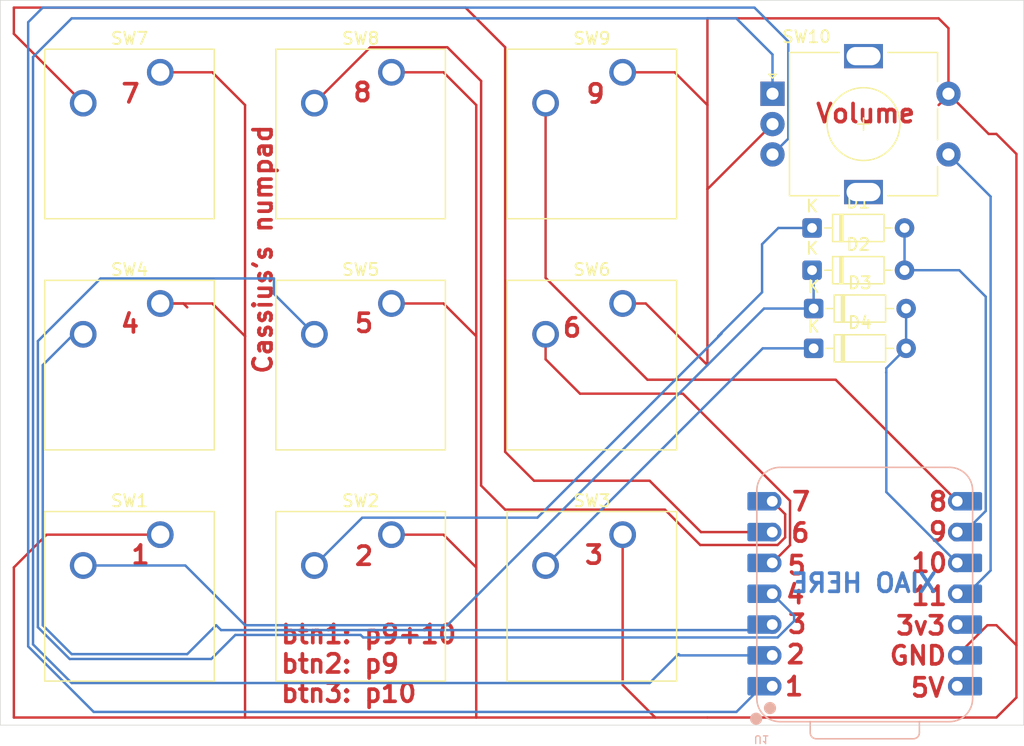
<source format=kicad_pcb>
(kicad_pcb (version 20241229) (generator "pcbnew") (generator_version "9.0")
  (layers (0 "F.Cu" signal) (2 "B.Cu" signal) (13 "F.Paste" user) (15 "B.Paste" user) (5 "F.SilkS" user "F.Silkscreen") (7 "B.SilkS" user "B.Silkscreen") (1 "F.Mask" user) (3 "B.Mask" user) (25 "Edge.Cuts" user))
  (net 0 "")
  (net 1 "Net-(D1-K)")
  (net 2 "Net-(D1-A)")
  (net 3 "Net-(D4-K)")
  (net 4 "GND")
  (net 5 "Net-(U1-GPIO28{slash}ADC2{slash}A2)")
  (net 6 "Net-(U1-GPIO29{slash}ADC3{slash}A3)")
  (net 7 "Net-(U1-GPIO6{slash}SDA)")
  (net 8 "Net-(U1-GPIO7{slash}SCL)")
  (net 9 "Net-(U1-GPIO0{slash}TX)")
  (net 10 "Net-(U1-GPIO1{slash}RX)")
  (net 11 "+5V")
  (net 12 "Net-(U1-GPIO27{slash}ADC1{slash}A1)")
  (net 13 "Net-(U1-GPIO3{slash}MOSI)")
  (net 15 "Net-(U1-GPIO26{slash}ADC0{slash}A0)")
  (net 16 "Net-(D2-K)")
  (net 17 "Net-(D3-A)")
  (footprint "Button_Switch_Keyboard:SW_Cherry_MX_1.00u_PCB" (layer "F.Cu") (at 64.4525 37.7825)
    (property "Reference" "SW6" (at -2.54 -2.794 0) (layer "F.SilkS"))
    (property "Value" "SW_Push")
    (fp_line (start -9.525 -1.905) (end 4.445 -1.905) (stroke (width 0.12)) (layer "F.SilkS"))
    (fp_line (start -9.525 12.065) (end -9.525 -1.905) (stroke (width 0.12)) (layer "F.SilkS"))
    (fp_line (start 4.445 -1.905) (end 4.445 12.065) (stroke (width 0.12)) (layer "F.SilkS"))
    (fp_line (start 4.445 12.065) (end -9.525 12.065) (stroke (width 0.12)) (layer "F.SilkS"))
    (pad "" np_thru_hole circle (at -7.62 5.08) (size 1.7 1.7) (drill 1.7) (layers "*.Cu" "*.Mask"))
    (pad "" np_thru_hole circle (at -2.54 5.08) (size 4 4) (drill 4) (layers "*.Cu" "*.Mask"))
    (pad "" np_thru_hole circle (at 2.54 5.08) (size 1.7 1.7) (drill 1.7) (layers "*.Cu" "*.Mask"))
    (pad "1" thru_hole circle (at 0 0) (size 2.2 2.2) (drill 1.5) (layers "*.Cu" "*.Mask") (net 4 "GND"))
    (pad "2" thru_hole circle (at -6.35 2.54) (size 2.2 2.2) (drill 1.5) (layers "*.Cu" "*.Mask") (net 7 "Net-(U1-GPIO6{slash}SDA)"))
  )
  (footprint "Diode_THT:D_DO-35_SOD27_P7.62mm_Horizontal" (layer "F.Cu") (at 80.06 31.56)
    (property "Reference" "D1" (at 3.81 -2.12 0) (layer "F.SilkS"))
    (property "Value" "1N4148")
    (fp_line (start 1.04 0) (end 1.69 0) (stroke (width 0.12)) (layer "F.SilkS"))
    (fp_line (start 2.29 -1.12) (end 2.29 1.12) (stroke (width 0.12)) (layer "F.SilkS"))
    (fp_line (start 2.41 -1.12) (end 2.41 1.12) (stroke (width 0.12)) (layer "F.SilkS"))
    (fp_line (start 2.53 -1.12) (end 2.53 1.12) (stroke (width 0.12)) (layer "F.SilkS"))
    (fp_line (start 6.58 0) (end 5.93 0) (stroke (width 0.12)) (layer "F.SilkS"))
    (fp_rect (start 1.69 -1.12) (end 5.93 1.12) (stroke (width 0.12)) (fill no) (layer "F.SilkS"))
    (fp_text user "K" (at 0 -1.8 0) (layer "F.SilkS"))
    (pad "1" thru_hole roundrect (at 0 0) (size 1.6 1.6) (drill 0.8) (layers "*.Cu" "*.Mask") (roundrect_rratio 0.15625) (net 1 "Net-(D1-K)"))
    (pad "2" thru_hole circle (at 7.62 0) (size 1.6 1.6) (drill 0.8) (layers "*.Cu" "*.Mask") (net 2 "Net-(D1-A)"))
  )
  (footprint "Diode_THT:D_DO-35_SOD27_P7.62mm_Horizontal" (layer "F.Cu") (at 80.06 35.04)
    (property "Reference" "D2" (at 3.81 -2.12 0) (layer "F.SilkS"))
    (property "Value" "1N4148")
    (fp_line (start 1.04 0) (end 1.69 0) (stroke (width 0.12)) (layer "F.SilkS"))
    (fp_line (start 2.29 -1.12) (end 2.29 1.12) (stroke (width 0.12)) (layer "F.SilkS"))
    (fp_line (start 2.41 -1.12) (end 2.41 1.12) (stroke (width 0.12)) (layer "F.SilkS"))
    (fp_line (start 2.53 -1.12) (end 2.53 1.12) (stroke (width 0.12)) (layer "F.SilkS"))
    (fp_line (start 6.58 0) (end 5.93 0) (stroke (width 0.12)) (layer "F.SilkS"))
    (fp_rect (start 1.69 -1.12) (end 5.93 1.12) (stroke (width 0.12)) (fill no) (layer "F.SilkS"))
    (fp_text user "K" (at 0 -1.8 0) (layer "F.SilkS"))
    (pad "1" thru_hole roundrect (at 0 0) (size 1.6 1.6) (drill 0.8) (layers "*.Cu" "*.Mask") (roundrect_rratio 0.15625) (net 16 "Net-(D2-K)"))
    (pad "2" thru_hole circle (at 7.62 0) (size 1.6 1.6) (drill 0.8) (layers "*.Cu" "*.Mask") (net 2 "Net-(D1-A)"))
  )
  (footprint "Button_Switch_Keyboard:SW_Cherry_MX_1.00u_PCB" (layer "F.Cu") (at 64.4525 18.7325)
    (property "Reference" "SW9" (at -2.54 -2.794 0) (layer "F.SilkS"))
    (property "Value" "SW_Push")
    (fp_line (start -9.525 -1.905) (end 4.445 -1.905) (stroke (width 0.12)) (layer "F.SilkS"))
    (fp_line (start -9.525 12.065) (end -9.525 -1.905) (stroke (width 0.12)) (layer "F.SilkS"))
    (fp_line (start 4.445 -1.905) (end 4.445 12.065) (stroke (width 0.12)) (layer "F.SilkS"))
    (fp_line (start 4.445 12.065) (end -9.525 12.065) (stroke (width 0.12)) (layer "F.SilkS"))
    (pad "" np_thru_hole circle (at -7.62 5.08) (size 1.7 1.7) (drill 1.7) (layers "*.Cu" "*.Mask"))
    (pad "" np_thru_hole circle (at -2.54 5.08) (size 4 4) (drill 4) (layers "*.Cu" "*.Mask"))
    (pad "" np_thru_hole circle (at 2.54 5.08) (size 1.7 1.7) (drill 1.7) (layers "*.Cu" "*.Mask"))
    (pad "1" thru_hole circle (at 0 0) (size 2.2 2.2) (drill 1.5) (layers "*.Cu" "*.Mask") (net 4 "GND"))
    (pad "2" thru_hole circle (at -6.35 2.54) (size 2.2 2.2) (drill 1.5) (layers "*.Cu" "*.Mask") (net 10 "Net-(U1-GPIO1{slash}RX)"))
  )
  (footprint "Button_Switch_Keyboard:SW_Cherry_MX_1.00u_PCB" (layer "F.Cu") (at 45.4025 18.7325)
    (property "Reference" "SW8" (at -2.54 -2.794 0) (layer "F.SilkS"))
    (property "Value" "SW_Push")
    (fp_line (start -9.525 -1.905) (end 4.445 -1.905) (stroke (width 0.12)) (layer "F.SilkS"))
    (fp_line (start -9.525 12.065) (end -9.525 -1.905) (stroke (width 0.12)) (layer "F.SilkS"))
    (fp_line (start 4.445 -1.905) (end 4.445 12.065) (stroke (width 0.12)) (layer "F.SilkS"))
    (fp_line (start 4.445 12.065) (end -9.525 12.065) (stroke (width 0.12)) (layer "F.SilkS"))
    (pad "" np_thru_hole circle (at -7.62 5.08) (size 1.7 1.7) (drill 1.7) (layers "*.Cu" "*.Mask"))
    (pad "" np_thru_hole circle (at -2.54 5.08) (size 4 4) (drill 4) (layers "*.Cu" "*.Mask"))
    (pad "" np_thru_hole circle (at 2.54 5.08) (size 1.7 1.7) (drill 1.7) (layers "*.Cu" "*.Mask"))
    (pad "1" thru_hole circle (at 0 0) (size 2.2 2.2) (drill 1.5) (layers "*.Cu" "*.Mask") (net 4 "GND"))
    (pad "2" thru_hole circle (at -6.35 2.54) (size 2.2 2.2) (drill 1.5) (layers "*.Cu" "*.Mask") (net 9 "Net-(U1-GPIO0{slash}TX)"))
  )
  (footprint "Button_Switch_Keyboard:SW_Cherry_MX_1.00u_PCB" (layer "F.Cu") (at 26.3525 18.7325)
    (property "Reference" "SW7" (at -2.54 -2.794 0) (layer "F.SilkS"))
    (property "Value" "SW_Push")
    (fp_line (start -9.525 -1.905) (end 4.445 -1.905) (stroke (width 0.12)) (layer "F.SilkS"))
    (fp_line (start -9.525 12.065) (end -9.525 -1.905) (stroke (width 0.12)) (layer "F.SilkS"))
    (fp_line (start 4.445 -1.905) (end 4.445 12.065) (stroke (width 0.12)) (layer "F.SilkS"))
    (fp_line (start 4.445 12.065) (end -9.525 12.065) (stroke (width 0.12)) (layer "F.SilkS"))
    (pad "" np_thru_hole circle (at -7.62 5.08) (size 1.7 1.7) (drill 1.7) (layers "*.Cu" "*.Mask"))
    (pad "" np_thru_hole circle (at -2.54 5.08) (size 4 4) (drill 4) (layers "*.Cu" "*.Mask"))
    (pad "" np_thru_hole circle (at 2.54 5.08) (size 1.7 1.7) (drill 1.7) (layers "*.Cu" "*.Mask"))
    (pad "1" thru_hole circle (at 0 0) (size 2.2 2.2) (drill 1.5) (layers "*.Cu" "*.Mask") (net 4 "GND"))
    (pad "2" thru_hole circle (at -6.35 2.54) (size 2.2 2.2) (drill 1.5) (layers "*.Cu" "*.Mask") (net 8 "Net-(U1-GPIO7{slash}SCL)"))
  )
  (footprint "Button_Switch_Keyboard:SW_Cherry_MX_1.00u_PCB" (layer "F.Cu") (at 45.4025 56.8325)
    (property "Reference" "SW2" (at -2.54 -2.794 0) (layer "F.SilkS"))
    (property "Value" "SW_Push")
    (fp_line (start -9.525 -1.905) (end 4.445 -1.905) (stroke (width 0.12)) (layer "F.SilkS"))
    (fp_line (start -9.525 12.065) (end -9.525 -1.905) (stroke (width 0.12)) (layer "F.SilkS"))
    (fp_line (start 4.445 -1.905) (end 4.445 12.065) (stroke (width 0.12)) (layer "F.SilkS"))
    (fp_line (start 4.445 12.065) (end -9.525 12.065) (stroke (width 0.12)) (layer "F.SilkS"))
    (pad "" np_thru_hole circle (at -7.62 5.08) (size 1.7 1.7) (drill 1.7) (layers "*.Cu" "*.Mask"))
    (pad "" np_thru_hole circle (at -2.54 5.08) (size 4 4) (drill 4) (layers "*.Cu" "*.Mask"))
    (pad "" np_thru_hole circle (at 2.54 5.08) (size 1.7 1.7) (drill 1.7) (layers "*.Cu" "*.Mask"))
    (pad "1" thru_hole circle (at 0 0) (size 2.2 2.2) (drill 1.5) (layers "*.Cu" "*.Mask") (net 4 "GND"))
    (pad "2" thru_hole circle (at -6.35 2.54) (size 2.2 2.2) (drill 1.5) (layers "*.Cu" "*.Mask") (net 1 "Net-(D1-K)"))
  )
  (footprint "Button_Switch_Keyboard:SW_Cherry_MX_1.00u_PCB" (layer "F.Cu") (at 45.4025 37.7825)
    (property "Reference" "SW5" (at -2.54 -2.794 0) (layer "F.SilkS"))
    (property "Value" "SW_Push")
    (fp_line (start -9.525 -1.905) (end 4.445 -1.905) (stroke (width 0.12)) (layer "F.SilkS"))
    (fp_line (start -9.525 12.065) (end -9.525 -1.905) (stroke (width 0.12)) (layer "F.SilkS"))
    (fp_line (start 4.445 -1.905) (end 4.445 12.065) (stroke (width 0.12)) (layer "F.SilkS"))
    (fp_line (start 4.445 12.065) (end -9.525 12.065) (stroke (width 0.12)) (layer "F.SilkS"))
    (pad "" np_thru_hole circle (at -7.62 5.08) (size 1.7 1.7) (drill 1.7) (layers "*.Cu" "*.Mask"))
    (pad "" np_thru_hole circle (at -2.54 5.08) (size 4 4) (drill 4) (layers "*.Cu" "*.Mask"))
    (pad "" np_thru_hole circle (at 2.54 5.08) (size 1.7 1.7) (drill 1.7) (layers "*.Cu" "*.Mask"))
    (pad "1" thru_hole circle (at 0 0) (size 2.2 2.2) (drill 1.5) (layers "*.Cu" "*.Mask") (net 4 "GND"))
    (pad "2" thru_hole circle (at -6.35 2.54) (size 2.2 2.2) (drill 1.5) (layers "*.Cu" "*.Mask") (net 6 "Net-(U1-GPIO29{slash}ADC3{slash}A3)"))
  )
  (footprint "Diode_THT:D_DO-35_SOD27_P7.62mm_Horizontal" (layer "F.Cu") (at 80.19 38.2)
    (property "Reference" "D3" (at 3.81 -2.12 0) (layer "F.SilkS"))
    (property "Value" "1N4148")
    (fp_line (start 1.04 0) (end 1.69 0) (stroke (width 0.12)) (layer "F.SilkS"))
    (fp_line (start 2.29 -1.12) (end 2.29 1.12) (stroke (width 0.12)) (layer "F.SilkS"))
    (fp_line (start 2.41 -1.12) (end 2.41 1.12) (stroke (width 0.12)) (layer "F.SilkS"))
    (fp_line (start 2.53 -1.12) (end 2.53 1.12) (stroke (width 0.12)) (layer "F.SilkS"))
    (fp_line (start 6.58 0) (end 5.93 0) (stroke (width 0.12)) (layer "F.SilkS"))
    (fp_rect (start 1.69 -1.12) (end 5.93 1.12) (stroke (width 0.12)) (fill no) (layer "F.SilkS"))
    (fp_text user "K" (at 0 -1.8 0) (layer "F.SilkS"))
    (pad "1" thru_hole roundrect (at 0 0) (size 1.6 1.6) (drill 0.8) (layers "*.Cu" "*.Mask") (roundrect_rratio 0.15625) (net 16 "Net-(D2-K)"))
    (pad "2" thru_hole circle (at 7.62 0) (size 1.6 1.6) (drill 0.8) (layers "*.Cu" "*.Mask") (net 17 "Net-(D3-A)"))
  )
  (footprint "Diode_THT:D_DO-35_SOD27_P7.62mm_Horizontal" (layer "F.Cu") (at 80.19 41.48)
    (property "Reference" "D4" (at 3.81 -2.12 0) (layer "F.SilkS"))
    (property "Value" "1N4148")
    (fp_line (start 1.04 0) (end 1.69 0) (stroke (width 0.12)) (layer "F.SilkS"))
    (fp_line (start 2.29 -1.12) (end 2.29 1.12) (stroke (width 0.12)) (layer "F.SilkS"))
    (fp_line (start 2.41 -1.12) (end 2.41 1.12) (stroke (width 0.12)) (layer "F.SilkS"))
    (fp_line (start 2.53 -1.12) (end 2.53 1.12) (stroke (width 0.12)) (layer "F.SilkS"))
    (fp_line (start 6.58 0) (end 5.93 0) (stroke (width 0.12)) (layer "F.SilkS"))
    (fp_rect (start 1.69 -1.12) (end 5.93 1.12) (stroke (width 0.12)) (fill no) (layer "F.SilkS"))
    (fp_text user "K" (at 0 -1.8 0) (layer "F.SilkS"))
    (pad "1" thru_hole roundrect (at 0 0) (size 1.6 1.6) (drill 0.8) (layers "*.Cu" "*.Mask") (roundrect_rratio 0.15625) (net 3 "Net-(D4-K)"))
    (pad "2" thru_hole circle (at 7.62 0) (size 1.6 1.6) (drill 0.8) (layers "*.Cu" "*.Mask") (net 17 "Net-(D3-A)"))
  )
  (footprint "Button_Switch_Keyboard:SW_Cherry_MX_1.00u_PCB" (layer "F.Cu") (at 26.3525 56.8325)
    (property "Reference" "SW1" (at -2.54 -2.794 0) (layer "F.SilkS"))
    (property "Value" "SW_Push")
    (fp_line (start -9.525 -1.905) (end 4.445 -1.905) (stroke (width 0.12)) (layer "F.SilkS"))
    (fp_line (start -9.525 12.065) (end -9.525 -1.905) (stroke (width 0.12)) (layer "F.SilkS"))
    (fp_line (start 4.445 -1.905) (end 4.445 12.065) (stroke (width 0.12)) (layer "F.SilkS"))
    (fp_line (start 4.445 12.065) (end -9.525 12.065) (stroke (width 0.12)) (layer "F.SilkS"))
    (pad "" np_thru_hole circle (at -7.62 5.08) (size 1.7 1.7) (drill 1.7) (layers "*.Cu" "*.Mask"))
    (pad "" np_thru_hole circle (at -2.54 5.08) (size 4 4) (drill 4) (layers "*.Cu" "*.Mask"))
    (pad "" np_thru_hole circle (at 2.54 5.08) (size 1.7 1.7) (drill 1.7) (layers "*.Cu" "*.Mask"))
    (pad "1" thru_hole circle (at 0 0) (size 2.2 2.2) (drill 1.5) (layers "*.Cu" "*.Mask") (net 4 "GND"))
    (pad "2" thru_hole circle (at -6.35 2.54) (size 2.2 2.2) (drill 1.5) (layers "*.Cu" "*.Mask") (net 16 "Net-(D2-K)"))
  )
  (footprint "Button_Switch_Keyboard:SW_Cherry_MX_1.00u_PCB" (layer "F.Cu") (at 64.4525 56.8325)
    (property "Reference" "SW3" (at -2.54 -2.794 0) (layer "F.SilkS"))
    (property "Value" "SW_Push")
    (fp_line (start -9.525 -1.905) (end 4.445 -1.905) (stroke (width 0.12)) (layer "F.SilkS"))
    (fp_line (start -9.525 12.065) (end -9.525 -1.905) (stroke (width 0.12)) (layer "F.SilkS"))
    (fp_line (start 4.445 -1.905) (end 4.445 12.065) (stroke (width 0.12)) (layer "F.SilkS"))
    (fp_line (start 4.445 12.065) (end -9.525 12.065) (stroke (width 0.12)) (layer "F.SilkS"))
    (pad "" np_thru_hole circle (at -7.62 5.08) (size 1.7 1.7) (drill 1.7) (layers "*.Cu" "*.Mask"))
    (pad "" np_thru_hole circle (at -2.54 5.08) (size 4 4) (drill 4) (layers "*.Cu" "*.Mask"))
    (pad "" np_thru_hole circle (at 2.54 5.08) (size 1.7 1.7) (drill 1.7) (layers "*.Cu" "*.Mask"))
    (pad "1" thru_hole circle (at 0 0) (size 2.2 2.2) (drill 1.5) (layers "*.Cu" "*.Mask") (net 4 "GND"))
    (pad "2" thru_hole circle (at -6.35 2.54) (size 2.2 2.2) (drill 1.5) (layers "*.Cu" "*.Mask") (net 3 "Net-(D4-K)"))
  )
  (footprint "Rotary_Encoder:RotaryEncoder_Alps_EC11E-Switch_Vertical_H20mm" (layer "F.Cu") (at 76.8 20.5)
    (property "Reference" "SW10" (at 2.8 -4.7 0) (layer "F.SilkS"))
    (property "Value" "RotaryEncoder_Switch")
    (fp_line (start -0.3 -1.6) (end 0.3 -1.6) (stroke (width 0.12)) (layer "F.SilkS"))
    (fp_line (start 0 -1.3) (end -0.3 -1.6) (stroke (width 0.12)) (layer "F.SilkS"))
    (fp_line (start 0.3 -1.6) (end 0 -1.3) (stroke (width 0.12)) (layer "F.SilkS"))
    (fp_line (start 1.4 -3.4) (end 1.4 8.4) (stroke (width 0.12)) (layer "F.SilkS"))
    (fp_line (start 5.5 -3.4) (end 1.4 -3.4) (stroke (width 0.12)) (layer "F.SilkS"))
    (fp_line (start 5.5 8.4) (end 1.4 8.4) (stroke (width 0.12)) (layer "F.SilkS"))
    (fp_line (start 7 2.5) (end 8 2.5) (stroke (width 0.12)) (layer "F.SilkS"))
    (fp_line (start 7.5 2) (end 7.5 3) (stroke (width 0.12)) (layer "F.SilkS"))
    (fp_line (start 9.5 -3.4) (end 13.6 -3.4) (stroke (width 0.12)) (layer "F.SilkS"))
    (fp_line (start 13.6 -3.4) (end 13.6 -1) (stroke (width 0.12)) (layer "F.SilkS"))
    (fp_line (start 13.6 1.2) (end 13.6 3.8) (stroke (width 0.12)) (layer "F.SilkS"))
    (fp_line (start 13.6 6) (end 13.6 8.4) (stroke (width 0.12)) (layer "F.SilkS"))
    (fp_line (start 13.6 8.4) (end 9.5 8.4) (stroke (width 0.12)) (layer "F.SilkS"))
    (fp_circle (center 7.5 2.5) (end 10.5 2.5) (stroke (width 0.12)) (fill no) (layer "F.SilkS"))
    (pad "A" thru_hole rect (at 0 0) (size 2 2) (drill 1) (layers "*.Cu" "*.Mask") (net 12 "Net-(U1-GPIO27{slash}ADC1{slash}A1)"))
    (pad "B" thru_hole circle (at 0 5) (size 2 2) (drill 1) (layers "*.Cu" "*.Mask") (net 15 "Net-(U1-GPIO26{slash}ADC0{slash}A0)"))
    (pad "C" thru_hole circle (at 0 2.5) (size 2 2) (drill 1) (layers "*.Cu" "*.Mask") (net 4 "GND"))
    (pad "MP" thru_hole rect (at 7.5 -3.1) (size 3.2 2) (drill oval 2.8 1.5) (layers "*.Cu" "*.Mask"))
    (pad "MP" thru_hole rect (at 7.5 8.1) (size 3.2 2) (drill oval 2.8 1.5) (layers "*.Cu" "*.Mask"))
    (pad "S1" thru_hole circle (at 14.5 5) (size 2 2) (drill 1) (layers "*.Cu" "*.Mask") (net 13 "Net-(U1-GPIO3{slash}MOSI)"))
    (pad "S2" thru_hole circle (at 14.5 0) (size 2 2) (drill 1) (layers "*.Cu" "*.Mask") (net 4 "GND"))
  )
  (footprint "Button_Switch_Keyboard:SW_Cherry_MX_1.00u_PCB" (layer "F.Cu") (at 26.3525 37.7825)
    (property "Reference" "SW4" (at -2.54 -2.794 0) (layer "F.SilkS"))
    (property "Value" "SW_Push")
    (fp_line (start -9.525 -1.905) (end 4.445 -1.905) (stroke (width 0.12)) (layer "F.SilkS"))
    (fp_line (start -9.525 12.065) (end -9.525 -1.905) (stroke (width 0.12)) (layer "F.SilkS"))
    (fp_line (start 4.445 -1.905) (end 4.445 12.065) (stroke (width 0.12)) (layer "F.SilkS"))
    (fp_line (start 4.445 12.065) (end -9.525 12.065) (stroke (width 0.12)) (layer "F.SilkS"))
    (pad "" np_thru_hole circle (at -7.62 5.08) (size 1.7 1.7) (drill 1.7) (layers "*.Cu" "*.Mask"))
    (pad "" np_thru_hole circle (at -2.54 5.08) (size 4 4) (drill 4) (layers "*.Cu" "*.Mask"))
    (pad "" np_thru_hole circle (at 2.54 5.08) (size 1.7 1.7) (drill 1.7) (layers "*.Cu" "*.Mask"))
    (pad "1" thru_hole circle (at 0 0) (size 2.2 2.2) (drill 1.5) (layers "*.Cu" "*.Mask") (net 4 "GND"))
    (pad "2" thru_hole circle (at -6.35 2.54) (size 2.2 2.2) (drill 1.5) (layers "*.Cu" "*.Mask") (net 5 "Net-(U1-GPIO28{slash}ADC2{slash}A2)"))
  )
  (footprint "XIAO_rp2040:XIAO-RP2040-DIP" (layer "B.Cu") (at 84.4 61.7)
    (property "Reference" "U1" (at -8.5 12 180) (layer "B.SilkS") (effects (font (size 0.635 0.635) (thickness 0.1016)) (justify mirror)))
    (property "Value" "XIAO-RP2040-DIP")
    (fp_line (start -8.89 -8.509) (end -8.89 8.636) (stroke (width 0.127)) (layer "B.SilkS"))
    (fp_line (start -6.985 -10.414) (end 6.985 -10.414) (stroke (width 0.127)) (layer "B.SilkS"))
    (fp_line (start -4.495 10.541) (end -4.491272 11.451272) (stroke (width 0.127)) (layer "B.SilkS"))
    (fp_line (start -3.991272 11.951) (end 4.004 11.951) (stroke (width 0.127)) (layer "B.SilkS"))
    (fp_line (start 4.504 11.451) (end 4.504 10.541) (stroke (width 0.127)) (layer "B.SilkS"))
    (fp_line (start 6.985 10.541) (end -6.985 10.541) (stroke (width 0.1)) (layer "B.SilkS"))
    (fp_line (start 6.985 10.541) (end -6.985 10.541) (stroke (width 0.127)) (layer "B.SilkS"))
    (fp_line (start 8.89 -8.509) (end 8.89 8.636) (stroke (width 0.127)) (layer "B.SilkS"))
    (fp_arc (start -8.89 -8.509) (mid -8.332038 -9.856038) (end -6.985 -10.414) (stroke (width 0.127)) (layer "B.SilkS"))
    (fp_arc (start -6.985 10.541) (mid -8.332038 9.983038) (end -8.89 8.636) (stroke (width 0.127)) (layer "B.SilkS"))
    (fp_arc (start -3.991272 11.951) (mid -4.344724 11.804644) (end -4.491272 11.451272) (stroke (width 0.127)) (layer "B.SilkS"))
    (fp_arc (start 4.504 11.451) (mid 4.357553 11.804553) (end 4.004 11.951) (stroke (width 0.127)) (layer "B.SilkS"))
    (fp_arc (start 6.985 -10.414) (mid 8.332038 -9.856038) (end 8.89 -8.509) (stroke (width 0.127)) (layer "B.SilkS"))
    (fp_arc (start 8.89 8.636) (mid 8.332038 9.983038) (end 6.985 10.541) (stroke (width 0.127)) (layer "B.SilkS"))
    (fp_circle (center -8.95 10.3) (end -8.95 10.554) (stroke (width 0.5)) (fill yes) (layer "B.SilkS"))
    (fp_circle (center -7.807 9.42) (end -7.807 9.674) (stroke (width 0.5)) (fill yes) (layer "B.SilkS"))
    (pad "1" smd roundrect (at -8.455 7.62 180) (size 2.432 1.524) (layers "B.Cu" "B.Mask") (roundrect_rratio 0.1) (net 15 "Net-(U1-GPIO26{slash}ADC0{slash}A0)"))
    (pad "1" thru_hole circle (at -7.62 7.62 180) (size 1.524 1.524) (drill 0.889) (layers "*.Cu" "*.Mask") (net 15 "Net-(U1-GPIO26{slash}ADC0{slash}A0)"))
    (pad "2" smd roundrect (at -8.455 5.08 180) (size 2.432 1.524) (layers "B.Cu" "B.Mask") (roundrect_rratio 0.1) (net 12 "Net-(U1-GPIO27{slash}ADC1{slash}A1)"))
    (pad "2" thru_hole circle (at -7.62 5.08 180) (size 1.524 1.524) (drill 0.889) (layers "*.Cu" "*.Mask") (net 12 "Net-(U1-GPIO27{slash}ADC1{slash}A1)"))
    (pad "3" smd roundrect (at -8.455 2.54 180) (size 2.432 1.524) (layers "B.Cu" "B.Mask") (roundrect_rratio 0.1) (net 5 "Net-(U1-GPIO28{slash}ADC2{slash}A2)"))
    (pad "3" thru_hole circle (at -7.62 2.54 180) (size 1.524 1.524) (drill 0.889) (layers "*.Cu" "*.Mask") (net 5 "Net-(U1-GPIO28{slash}ADC2{slash}A2)"))
    (pad "4" smd roundrect (at -8.455 0 180) (size 2.432 1.524) (layers "B.Cu" "B.Mask") (roundrect_rratio 0.1) (net 6 "Net-(U1-GPIO29{slash}ADC3{slash}A3)"))
    (pad "4" thru_hole circle (at -7.62 0 180) (size 1.524 1.524) (drill 0.889) (layers "*.Cu" "*.Mask") (net 6 "Net-(U1-GPIO29{slash}ADC3{slash}A3)"))
    (pad "5" smd roundrect (at -8.455 -2.54 180) (size 2.432 1.524) (layers "B.Cu" "B.Mask") (roundrect_rratio 0.1) (net 7 "Net-(U1-GPIO6{slash}SDA)"))
    (pad "5" thru_hole circle (at -7.62 -2.54 180) (size 1.524 1.524) (drill 0.889) (layers "*.Cu" "*.Mask") (net 7 "Net-(U1-GPIO6{slash}SDA)"))
    (pad "6" smd roundrect (at -8.455 -5.08 180) (size 2.432 1.524) (layers "B.Cu" "B.Mask") (roundrect_rratio 0.1) (net 8 "Net-(U1-GPIO7{slash}SCL)"))
    (pad "6" thru_hole circle (at -7.62 -5.08 180) (size 1.524 1.524) (drill 0.889) (layers "*.Cu" "*.Mask") (net 8 "Net-(U1-GPIO7{slash}SCL)"))
    (pad "7" smd roundrect (at -8.455 -7.62 180) (size 2.432 1.524) (layers "B.Cu" "B.Mask") (roundrect_rratio 0.1) (net 9 "Net-(U1-GPIO0{slash}TX)"))
    (pad "7" thru_hole circle (at -7.62 -7.62 180) (size 1.524 1.524) (drill 0.889) (layers "*.Cu" "*.Mask") (net 9 "Net-(U1-GPIO0{slash}TX)"))
    (pad "8" thru_hole circle (at 7.62 -7.62) (size 1.524 1.524) (drill 0.889) (layers "*.Cu" "*.Mask") (net 10 "Net-(U1-GPIO1{slash}RX)"))
    (pad "8" smd roundrect (at 8.455 -7.62) (size 2.432 1.524) (layers "B.Cu" "B.Mask") (roundrect_rratio 0.1) (net 10 "Net-(U1-GPIO1{slash}RX)"))
    (pad "9" thru_hole circle (at 7.62 -5.08) (size 1.524 1.524) (drill 0.889) (layers "*.Cu" "*.Mask") (net 2 "Net-(D1-A)"))
    (pad "9" smd roundrect (at 8.455 -5.08) (size 2.432 1.524) (layers "B.Cu" "B.Mask") (roundrect_rratio 0.1) (net 2 "Net-(D1-A)"))
    (pad "10" thru_hole circle (at 7.62 -2.54) (size 1.524 1.524) (drill 0.889) (layers "*.Cu" "*.Mask") (net 17 "Net-(D3-A)"))
    (pad "10" smd roundrect (at 8.455 -2.54) (size 2.432 1.524) (layers "B.Cu" "B.Mask") (roundrect_rratio 0.1) (net 17 "Net-(D3-A)"))
    (pad "11" thru_hole circle (at 7.62 0) (size 1.524 1.524) (drill 0.889) (layers "*.Cu" "*.Mask") (net 13 "Net-(U1-GPIO3{slash}MOSI)"))
    (pad "11" smd roundrect (at 8.455 0) (size 2.432 1.524) (layers "B.Cu" "B.Mask") (roundrect_rratio 0.1) (net 13 "Net-(U1-GPIO3{slash}MOSI)"))
    (pad "12" thru_hole circle (at 7.62 2.54) (size 1.524 1.524) (drill 0.889) (layers "*.Cu" "*.Mask"))
    (pad "12" smd roundrect (at 8.455 2.54) (size 2.432 1.524) (layers "B.Cu" "B.Mask") (roundrect_rratio 0.1))
    (pad "13" thru_hole circle (at 7.62 5.08) (size 1.524 1.524) (drill 0.889) (layers "*.Cu" "*.Mask") (net 4 "GND"))
    (pad "13" smd roundrect (at 8.455 5.08) (size 2.432 1.524) (layers "B.Cu" "B.Mask") (roundrect_rratio 0.1) (net 4 "GND"))
    (pad "14" thru_hole circle (at 7.62 7.62) (size 1.524 1.524) (drill 0.889) (layers "*.Cu" "*.Mask") (net 11 "+5V"))
    (pad "14" smd roundrect (at 8.455 7.62) (size 2.432 1.524) (layers "B.Cu" "B.Mask") (roundrect_rratio 0.1) (net 11 "+5V"))
  )
  (gr_rect (start 13.17 12.8) (end 97.5 72.53) (stroke (width 0.05)) (fill no) (layer "Edge.Cuts"))
  (gr_text "btn1: p9+10\nbtn2: p9\nbtn3: p10" (at 36.15 70.76 0) (layer "F.Cu") (effects (font (size 1.5 1.5) (thickness 0.3) (bold yes)) (justify left bottom)))
  (gr_text "2" (at 77.8 67.58 0) (layer "F.Cu") (effects (font (size 1.5 1.5) (thickness 0.3) (bold yes)) (justify left bottom)))
  (gr_text "7" (at 22.99 21.37 0) (layer "F.Cu") (effects (font (size 1.5 1.5) (thickness 0.3) (bold yes)) (justify left bottom)))
  (gr_text "5" (at 42.23 40.28 0) (layer "F.Cu") (effects (font (size 1.5 1.5) (thickness 0.3) (bold yes)) (justify left bottom)))
  (gr_text "Cassius's numpad" (at 35.68 43.73 90) (layer "F.Cu") (effects (font (size 1.5 1.5) (thickness 0.3) (bold yes)) (justify left bottom)))
  (gr_text "6" (at 78.18 57.56 0) (layer "F.Cu") (effects (font (size 1.5 1.5) (thickness 0.3) (bold yes)) (justify left bottom)))
  (gr_text "8" (at 89.53 54.99 0) (layer "F.Cu") (effects (font (size 1.5 1.5) (thickness 0.3) (bold yes)) (justify left bottom)))
  (gr_text "6" (at 59.37 40.66 0) (layer "F.Cu") (effects (font (size 1.5 1.5) (thickness 0.3) (bold yes)) (justify left bottom)))
  (gr_text "10" (at 88.1 60.05 0) (layer "F.Cu") (effects (font (size 1.5 1.5) (thickness 0.3) (bold yes)) (justify left bottom)))
  (gr_text "4" (at 22.94 40.33 0) (layer "F.Cu") (effects (font (size 1.5 1.5) (thickness 0.3) (bold yes)) (justify left bottom)))
  (gr_text "7" (at 78.24 54.99 0) (layer "F.Cu") (effects (font (size 1.5 1.5) (thickness 0.3) (bold yes)) (justify left bottom)))
  (gr_text "9" (at 89.52 57.48 0) (layer "F.Cu") (effects (font (size 1.5 1.5) (thickness 0.3) (bold yes)) (justify left bottom)))
  (gr_text "1" (at 23.8125 59.38 0) (layer "F.Cu") (effects (font (size 1.5 1.5) (thickness 0.3) (bold yes)) (justify left bottom)))
  (gr_text "3\n" (at 61.18 59.38 0) (layer "F.Cu") (effects (font (size 1.5 1.5) (thickness 0.3) (bold yes)) (justify left bottom)))
  (gr_text "8" (at 42.1 21.26 0) (layer "F.Cu") (effects (font (size 1.5 1.5) (thickness 0.3) (bold yes)) (justify left bottom)))
  (gr_text "11" (at 88.09 62.77 0) (layer "F.Cu") (effects (font (size 1.5 1.5) (thickness 0.3) (bold yes)) (justify left bottom)))
  (gr_text "3v3" (at 86.82 65.21 0) (layer "F.Cu") (effects (font (size 1.5 1.5) (thickness 0.3) (bold yes)) (justify left bottom)))
  (gr_text "1" (at 77.67 70.22 0) (layer "F.Cu") (effects (font (size 1.5 1.5) (thickness 0.3) (bold yes)) (justify left bottom)))
  (gr_text "4" (at 77.76 62.64 0) (layer "F.Cu") (effects (font (size 1.5 1.5) (thickness 0.3) (bold yes)) (justify left bottom)))
  (gr_text "5" (at 77.89 60.25 0) (layer "F.Cu") (effects (font (size 1.5 1.5) (thickness 0.3) (bold yes)) (justify left bottom)))
  (gr_text "9" (at 61.31 21.38 0) (layer "F.Cu") (effects (font (size 1.5 1.5) (thickness 0.3) (bold yes)) (justify left bottom)))
  (gr_text "2" (at 42.23 59.47 0) (layer "F.Cu") (effects (font (size 1.5 1.5) (thickness 0.3) (bold yes)) (justify left bottom)))
  (gr_text "Volume" (at 80.24 23 -0) (layer "F.Cu") (effects (font (size 1.5 1.5) (thickness 0.3) (bold yes)) (justify left bottom)))
  (gr_text "GND" (at 86.3 67.68 0) (layer "F.Cu") (effects (font (size 1.5 1.5) (thickness 0.3) (bold yes)) (justify left bottom)))
  (gr_text "3" (at 77.92 65.08 0) (layer "F.Cu") (effects (font (size 1.5 1.5) (thickness 0.3) (bold yes)) (justify left bottom)))
  (gr_text "5V" (at 88.04 70.32 0) (layer "F.Cu") (effects (font (size 1.5 1.5) (thickness 0.3) (bold yes)) (justify left bottom)))
  (gr_text "XIAO HERE" (at 90.4875 61.7 0) (layer "B.Cu") (effects (font (size 1.5 1.5) (thickness 0.3) (bold yes)) (justify left bottom mirror)))
  (segment (start 42.9935 55.4315) (end 57.4285 55.4315) (width 0.2) (layer "B.Cu") (net 1))
  (segment (start 72.595 40.265) (end 72.595 40.205) (width 0.2) (layer "B.Cu") (net 1))
  (segment (start 75.94 36.86) (end 75.94 32.9) (width 0.2) (layer "B.Cu") (net 1))
  (segment (start 77.28 31.56) (end 80.06 31.56) (width 0.2) (layer "B.Cu") (net 1))
  (segment (start 57.4285 55.4315) (end 72.595 40.265) (width 0.2) (layer "B.Cu") (net 1))
  (segment (start 75.94 32.9) (end 77.28 31.56) (width 0.2) (layer "B.Cu") (net 1))
  (segment (start 39.0525 59.3725) (end 42.9935 55.4315) (width 0.2) (layer "B.Cu") (net 1))
  (segment (start 72.595 40.205) (end 75.94 36.86) (width 0.2) (layer "B.Cu") (net 1))
  (segment (start 72.31875 40.48125) (end 72.595 40.205) (width 0.2) (layer "B.Cu") (net 1))
  (segment (start 94.372 37.222) (end 94.372 54.881626) (width 0.2) (layer "B.Cu") (net 2))
  (segment (start 92.633626 56.62) (end 92.02 56.62) (width 0.2) (layer "B.Cu") (net 2))
  (segment (start 94.372 54.881626) (end 92.633626 56.62) (width 0.2) (layer "B.Cu") (net 2))
  (segment (start 87.68 31.56) (end 87.68 35.04) (width 0.2) (layer "B.Cu") (net 2))
  (segment (start 92.19 35.04) (end 94.372 37.222) (width 0.2) (layer "B.Cu") (net 2))
  (segment (start 87.68 35.04) (end 92.19 35.04) (width 0.2) (layer "B.Cu") (net 2))
  (segment (start 58.1025 59.3725) (end 75.995 41.48) (width 0.2) (layer "B.Cu") (net 3))
  (segment (start 75.995 41.48) (end 80.19 41.48) (width 0.2) (layer "B.Cu") (net 3))
  (segment (start 33.3375 40.48125) (end 33.3375 71.899) (width 0.2) (layer "F.Cu") (net 4))
  (segment (start 64.4525 56.8325) (end 64.4525 69.215) (width 0.2) (layer "F.Cu") (net 4))
  (segment (start 33.3375 71.899) (end 14.2875 71.899) (width 0.2) (layer "F.Cu") (net 4))
  (segment (start 95.25 71.899) (end 96.899 70.25) (width 0.2) (layer "F.Cu") (net 4))
  (segment (start 64.4525 69.215) (end 67.1365 71.899) (width 0.2) (layer "F.Cu") (net 4))
  (segment (start 67.1365 71.899) (end 71.4375 71.899) (width 0.2) (layer "F.Cu") (net 4))
  (segment (start 33.3375 21.43125) (end 33.3375 40.48125) (width 0.2) (layer "F.Cu") (net 4))
  (segment (start 90.4875 14.2875) (end 71.4375 14.2875) (width 0.2) (layer "F.Cu") (net 4))
  (segment (start 95.25 23.8125) (end 96.899 25.4615) (width 0.2) (layer "F.Cu") (net 4))
  (segment (start 45.4025 37.7825) (end 49.68875 37.7825) (width 0.2) (layer "F.Cu") (net 4))
  (segment (start 14.2875 71.899) (end 14.2875 59.53125) (width 0.2) (layer "F.Cu") (net 4))
  (segment (start 94.50625 64.29375) (end 92.02 66.78) (width 0.2) (layer "F.Cu") (net 4))
  (segment (start 91.3 20.61875) (end 90.4875 21.43125) (width 0.2) (layer "F.Cu") (net 4))
  (segment (start 91.3 20.5) (end 94.6125 23.8125) (width 0.2) (layer "F.Cu") (net 4))
  (segment (start 16.98625 56.8325) (end 26.3525 56.8325) (width 0.2) (layer "F.Cu") (net 4))
  (segment (start 28.575 38.1) (end 28.2575 37.7825) (width 0.2) (layer "F.Cu") (net 4))
  (segment (start 26.3525 37.7825) (end 28.2575 37.7825) (width 0.2) (layer "F.Cu") (net 4))
  (segment (start 45.4025 56.8325) (end 49.68875 56.8325) (width 0.2) (layer "F.Cu") (net 4))
  (segment (start 76.8 23) (end 71.4375 28.3625) (width 0.2) (layer "F.Cu") (net 4))
  (segment (start 91.3 20.5) (end 91.3 15.1) (width 0.2) (layer "F.Cu") (net 4))
  (segment (start 30.63875 37.7825) (end 33.3375 40.48125) (width 0.2) (layer "F.Cu") (net 4))
  (segment (start 71.4375 21.43125) (end 71.4375 28.3625) (width 0.2) (layer "F.Cu") (net 4))
  (segment (start 45.4025 18.7325) (end 49.68875 18.7325) (width 0.2) (layer "F.Cu") (net 4))
  (segment (start 96.899 65.94275) (end 95.25 64.29375) (width 0.2) (layer "F.Cu") (net 4))
  (segment (start 64.4525 37.7825) (end 66.3575 37.7825) (width 0.2) (layer "F.Cu") (net 4))
  (segment (start 26.3525 18.7325) (end 30.63875 18.7325) (width 0.2) (layer "F.Cu") (net 4))
  (segment (start 49.68875 56.8325) (end 52.3875 59.53125) (width 0.2) (layer "F.Cu") (net 4))
  (segment (start 68.73875 18.7325) (end 71.4375 21.43125) (width 0.2) (layer "F.Cu") (net 4))
  (segment (start 96.899 70.25) (end 96.899 65.94275) (width 0.2) (layer "F.Cu") (net 4))
  (segment (start 67.1365 71.899) (end 52.3875 71.899) (width 0.2) (layer "F.Cu") (net 4))
  (segment (start 52.3875 21.43125) (end 52.3875 40.48125) (width 0.2) (layer "F.Cu") (net 4))
  (segment (start 52.3875 59.53125) (end 52.3875 71.899) (width 0.2) (layer "F.Cu") (net 4))
  (segment (start 91.3 15.1) (end 90.4875 14.2875) (width 0.2) (layer "F.Cu") (net 4))
  (segment (start 71.4375 14.2875) (end 71.4375 21.43125) (width 0.2) (layer "F.Cu") (net 4))
  (segment (start 71.4375 28.3625) (end 71.4375 42.8625) (width 0.2) (layer "F.Cu") (net 4))
  (segment (start 49.68875 37.7825) (end 52.3875 40.48125) (width 0.2) (layer "F.Cu") (net 4))
  (segment (start 95.25 64.29375) (end 94.50625 64.29375) (width 0.2) (layer "F.Cu") (net 4))
  (segment (start 94.6125 23.8125) (end 95.25 23.8125) (width 0.2) (layer "F.Cu") (net 4))
  (segment (start 66.3575 37.7825) (end 71.4375 42.8625) (width 0.2) (layer "F.Cu") (net 4))
  (segment (start 96.899 25.4615) (end 96.899 65.94275) (width 0.2) (layer "F.Cu") (net 4))
  (segment (start 49.68875 18.7325) (end 52.3875 21.43125) (width 0.2) (layer "F.Cu") (net 4))
  (segment (start 30.63875 18.7325) (end 33.3375 21.43125) (width 0.2) (layer "F.Cu") (net 4))
  (segment (start 52.3875 40.48125) (end 52.3875 59.53125) (width 0.2) (layer "F.Cu") (net 4))
  (segment (start 64.4525 18.7325) (end 68.73875 18.7325) (width 0.2) (layer "F.Cu") (net 4))
  (segment (start 52.3875 71.899) (end 33.3375 71.899) (width 0.2) (layer "F.Cu") (net 4))
  (segment (start 71.4375 71.899) (end 95.25 71.899) (width 0.2) (layer "F.Cu") (net 4))
  (segment (start 14.2875 59.53125) (end 16.98625 56.8325) (width 0.2) (layer "F.Cu") (net 4))
  (segment (start 26.3525 37.7825) (end 30.63875 37.7825) (width 0.2) (layer "F.Cu") (net 4))
  (segment (start 75.49025 64.69475) (end 75.945 64.24) (width 0.2) (layer "B.Cu") (net 5))
  (segment (start 31.35725 64.69475) (end 75.49025 64.69475) (width 0.2) (layer "B.Cu") (net 5))
  (segment (start 16.66875 42.8625) (end 16.66875 64.29375) (width 0.2) (layer "B.Cu") (net 5))
  (segment (start 19.20875 40.3225) (end 16.66875 42.8625) (width 0.2) (layer "B.Cu") (net 5))
  (segment (start 20.0025 40.3225) (end 19.20875 40.3225) (width 0.2) (layer "B.Cu") (net 5))
  (segment (start 19.05 66.675) (end 28.575 66.675) (width 0.2) (layer "B.Cu") (net 5))
  (segment (start 28.575 66.675) (end 30.95625 64.29375) (width 0.2) (layer "B.Cu") (net 5))
  (segment (start 16.66875 64.29375) (end 19.05 66.675) (width 0.2) (layer "B.Cu") (net 5))
  (segment (start 30.95625 64.29375) (end 31.35725 64.69475) (width 0.2) (layer "B.Cu") (net 5))
  (segment (start 18.8839 67.076) (end 30.55525 67.076) (width 0.2) (layer "B.Cu") (net 6))
  (segment (start 78.58125 63.50125) (end 76.78 61.7) (width 0.2) (layer "B.Cu") (net 6))
  (segment (start 32.5355 65.09575) (end 42.8625 65.09575) (width 0.2) (layer "B.Cu") (net 6))
  (segment (start 21.43125 35.71875) (end 16.26775 40.88225) (width 0.2) (layer "B.Cu") (net 6))
  (segment (start 42.8625 65.09575) (end 43.06975 65.303) (width 0.2) (layer "B.Cu") (net 6))
  (segment (start 30.55525 67.076) (end 32.5355 65.09575) (width 0.2) (layer "B.Cu") (net 6))
  (segment (start 39.0525 40.3225) (end 35.71875 36.98875) (width 0.2) (layer "B.Cu") (net 6))
  (segment (start 16.26775 40.88225) (end 16.26775 64.45985) (width 0.2) (layer "B.Cu") (net 6))
  (segment (start 43.06975 65.303) (end 77.22031 65.303) (width 0.2) (layer "B.Cu") (net 6))
  (segment (start 35.71875 36.98875) (end 35.71875 35.71875) (width 0.2) (layer "B.Cu") (net 6))
  (segment (start 78.58125 63.94206) (end 78.58125 63.50125) (width 0.2) (layer "B.Cu") (net 6))
  (segment (start 16.26775 64.45985) (end 18.8839 67.076) (width 0.2) (layer "B.Cu") (net 6))
  (segment (start 77.22031 65.303) (end 78.58125 63.94206) (width 0.2) (layer "B.Cu") (net 6))
  (segment (start 35.71875 35.71875) (end 21.43125 35.71875) (width 0.2) (layer "B.Cu") (net 6))
  (segment (start 69.41681 45.2135) (end 60.938684 45.2135) (width 0.2) (layer "F.Cu") (net 7))
  (segment (start 78.244 54.04069) (end 69.41681 45.2135) (width 0.2) (layer "F.Cu") (net 7))
  (segment (start 78.244 57.696) (end 78.244 54.04069) (width 0.2) (layer "F.Cu") (net 7))
  (segment (start 58.1025 42.377316) (end 58.1025 40.3225) (width 0.2) (layer "F.Cu") (net 7))
  (segment (start 60.938684 45.2135) (end 58.1025 42.377316) (width 0.2) (layer "F.Cu") (net 7))
  (segment (start 76.78 59.16) (end 78.244 57.696) (width 0.2) (layer "F.Cu") (net 7))
  (segment (start 20.0025 21.2725) (end 14.2875 15.5575) (width 0.2) (layer "F.Cu") (net 8))
  (segment (start 57.15 52.3875) (end 66.675 52.3875) (width 0.2) (layer "F.Cu") (net 8))
  (segment (start 54.76875 50.00625) (end 57.15 52.3875) (width 0.2) (layer "F.Cu") (net 8))
  (segment (start 51.501 13.401) (end 54.76875 16.66875) (width 0.2) (layer "F.Cu") (net 8))
  (segment (start 14.2875 13.401) (end 51.501 13.401) (width 0.2) (layer "F.Cu") (net 8))
  (segment (start 14.2875 15.5575) (end 14.2875 13.401) (width 0.2) (layer "F.Cu") (net 8))
  (segment (start 66.675 52.3875) (end 70.9075 56.62) (width 0.2) (layer "F.Cu") (net 8))
  (segment (start 54.76875 16.66875) (end 54.76875 50.00625) (width 0.2) (layer "F.Cu") (net 8))
  (segment (start 70.9075 56.62) (end 76.78 56.62) (width 0.2) (layer "F.Cu") (net 8))
  (segment (start 77.843 55.143) (end 76.78 54.08) (width 0.2) (layer "F.Cu") (net 9))
  (segment (start 39.0525 21.2725) (end 43.65625 16.66875) (width 0.2) (layer "F.Cu") (net 9))
  (segment (start 52.7885 19.451) (end 52.7885 52.7885) (width 0.2) (layer "F.Cu") (net 9))
  (segment (start 77.22031 57.683) (end 77.843 57.06031) (width 0.2) (layer "F.Cu") (net 9))
  (segment (start 43.65625 16.66875) (end 50.00625 16.66875) (width 0.2) (layer "F.Cu") (net 9))
  (segment (start 77.843 57.06031) (end 77.843 55.143) (width 0.2) (layer "F.Cu") (net 9))
  (segment (start 67.93144 54.76875) (end 70.84569 57.683) (width 0.2) (layer "F.Cu") (net 9))
  (segment (start 50.00625 16.66875) (end 52.7885 19.451) (width 0.2) (layer "F.Cu") (net 9))
  (segment (start 70.84569 57.683) (end 77.22031 57.683) (width 0.2) (layer "F.Cu") (net 9))
  (segment (start 54.76875 54.76875) (end 67.93144 54.76875) (width 0.2) (layer "F.Cu") (net 9))
  (segment (start 52.7885 52.7885) (end 54.76875 54.76875) (width 0.2) (layer "F.Cu") (net 9))
  (segment (start 92.02 54.08) (end 82.0035 44.0635) (width 0.2) (layer "F.Cu") (net 10))
  (segment (start 58.1025 35.67097) (end 58.1025 21.2725) (width 0.2) (layer "F.Cu") (net 10))
  (segment (start 66.49503 44.0635) (end 58.1025 35.67097) (width 0.2) (layer "F.Cu") (net 10))
  (segment (start 82.0035 44.0635) (end 66.49503 44.0635) (width 0.2) (layer "F.Cu") (net 10))
  (segment (start 76.8 20.5) (end 76.8 17.26875) (width 0.2) (layer "B.Cu") (net 12))
  (segment (start 19.05 69.05625) (end 66.675 69.05625) (width 0.2) (layer "B.Cu") (net 12))
  (segment (start 73.81875 14.2875) (end 19.05 14.2875) (width 0.2) (layer "B.Cu") (net 12))
  (segment (start 69.16125 66.78) (end 75.945 66.78) (width 0.2) (layer "B.Cu") (net 12))
  (segment (start 15.86675 65.873) (end 19.05 69.05625) (width 0.2) (layer "B.Cu") (net 12))
  (segment (start 15.86675 17.47075) (end 15.86675 65.873) (width 0.2) (layer "B.Cu") (net 12))
  (segment (start 19.05 14.2875) (end 15.86675 17.47075) (width 0.2) (layer "B.Cu") (net 12))
  (segment (start 76.8 17.26875) (end 73.81875 14.2875) (width 0.2) (layer "B.Cu") (net 12))
  (segment (start 69.05625 66.675) (end 69.16125 66.78) (width 0.2) (layer "B.Cu") (net 12))
  (segment (start 66.675 69.05625) (end 69.05625 66.675) (width 0.2) (layer "B.Cu") (net 12))
  (segment (start 94.773 59.782) (end 92.855 61.7) (width 0.2) (layer "B.Cu") (net 13))
  (segment (start 94.773 28.973) (end 94.773 59.782) (width 0.2) (layer "B.Cu") (net 13))
  (segment (start 91.3 25.5) (end 94.773 28.973) (width 0.2) (layer "B.Cu") (net 13))
  (segment (start 75.3135 13.401) (end 16.66875 13.401) (width 0.2) (layer "B.Cu") (net 15))
  (segment (start 20.86415 71.4375) (end 73.8275 71.4375) (width 0.2) (layer "B.Cu") (net 15))
  (segment (start 73.8275 71.4375) (end 75.945 69.32) (width 0.2) (layer "B.Cu") (net 15))
  (segment (start 16.66875 13.401) (end 15.46575 14.604) (width 0.2) (layer "B.Cu") (net 15))
  (segment (start 78.101 24.199) (end 78.101 16.1885) (width 0.2) (layer "B.Cu") (net 15))
  (segment (start 76.8 25.59375) (end 76.2 26.19375) (width 0.2) (layer "B.Cu") (net 15))
  (segment (start 76.8 25.5) (end 78.101 24.199) (width 0.2) (layer "B.Cu") (net 15))
  (segment (start 15.46575 66.0391) (end 20.86415 71.4375) (width 0.2) (layer "B.Cu") (net 15))
  (segment (start 76.8 25.5) (end 76.8 25.59375) (width 0.2) (layer "B.Cu") (net 15))
  (segment (start 15.46575 14.604) (end 15.46575 66.0391) (width 0.2) (layer "B.Cu") (net 15))
  (segment (start 78.101 16.1885) (end 75.3135 13.401) (width 0.2) (layer "B.Cu") (net 15))
  (segment (start 20.0025 59.3725) (end 28.41625 59.3725) (width 0.2) (layer "B.Cu") (net 16))
  (segment (start 50.00625 64.29375) (end 76.1 38.2) (width 0.2) (layer "B.Cu") (net 16))
  (segment (start 80.19 35.17) (end 80.06 35.04) (width 0.2) (layer "B.Cu") (net 16))
  (segment (start 80.19 38.2) (end 80.19 35.17) (width 0.2) (layer "B.Cu") (net 16))
  (segment (start 76.1 38.2) (end 80.19 38.2) (width 0.2) (layer "B.Cu") (net 16))
  (segment (start 28.41625 59.3725) (end 33.3375 64.29375) (width 0.2) (layer "B.Cu") (net 16))
  (segment (start 33.3375 64.29375) (end 50.00625 64.29375) (width 0.2) (layer "B.Cu") (net 16))
  (segment (start 86.18 43.49) (end 86.18 53.32) (width 0.2) (layer "B.Cu") (net 17))
  (segment (start 86.18 53.32) (end 92.02 59.16) (width 0.2) (layer "B.Cu") (net 17))
  (segment (start 86.18 43.49) (end 86.18 43.11) (width 0.2) (layer "B.Cu") (net 17))
  (segment (start 86.18 43.11) (end 87.81 41.48) (width 0.2) (layer "B.Cu") (net 17))
  (segment (start 87.81 38.2) (end 87.81 41.48) (width 0.2) (layer "B.Cu") (net 17))
  (segment (start 86.16 43.47) (end 86.18 43.49) (width 0.2) (layer "B.Cu") (net 17))
)
</source>
